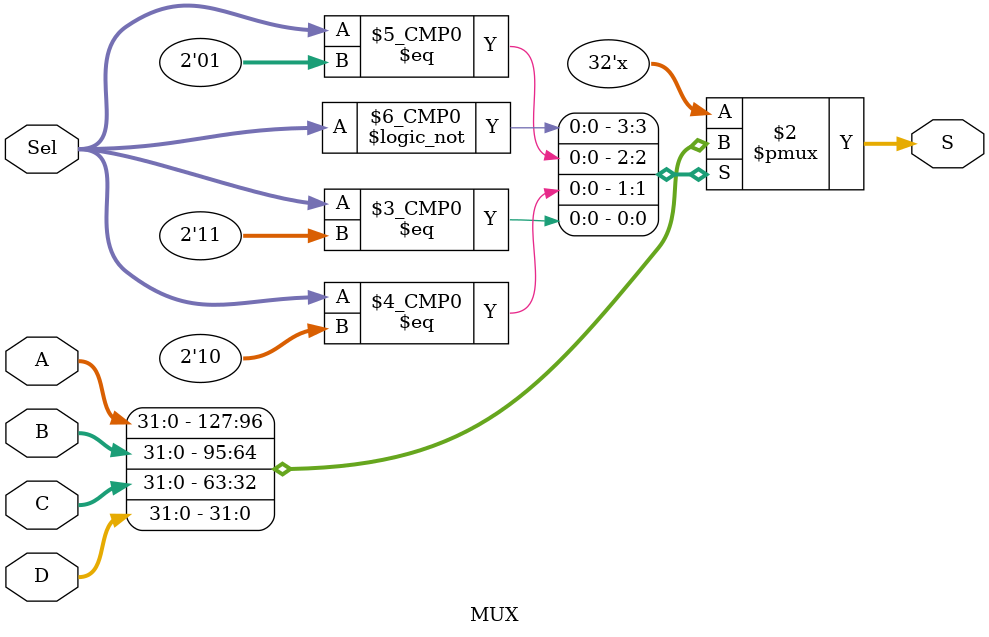
<source format=v>
module MUX (input [31:0] A, B, C, D, input [1:0] Sel,
                    output [31:0] S);

always @(*)
    case(Sel)
       2'b00:     S <= A;
       2'b01:     S <= B;
       2'b10:     S <= C;
       2'b11:     S <= D;
   endcase

endmodule
</source>
